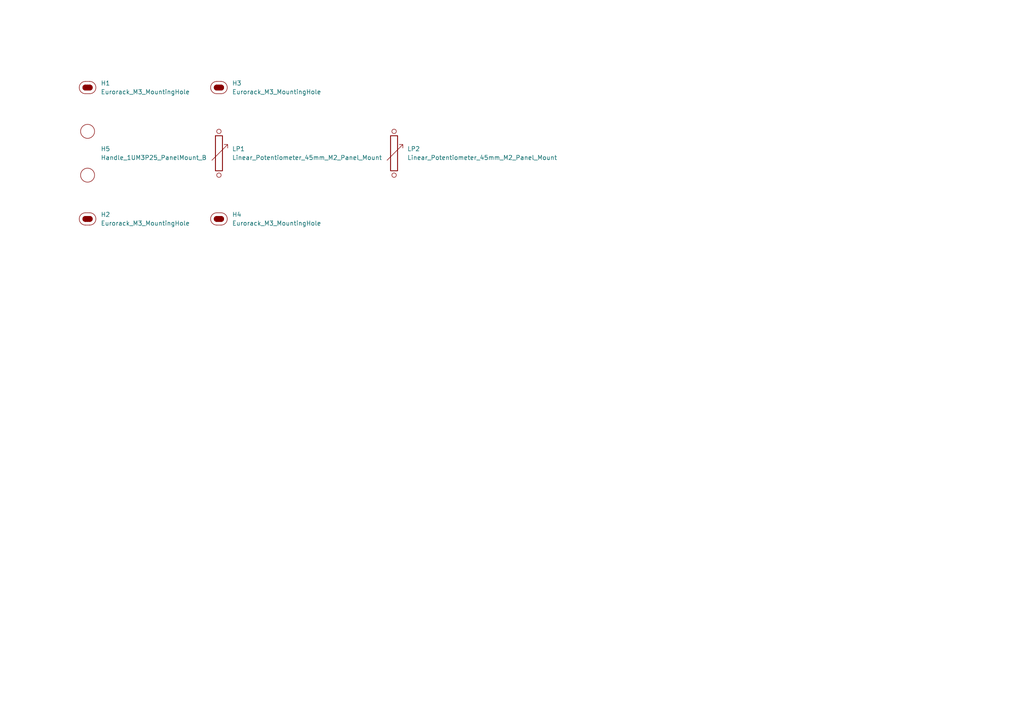
<source format=kicad_sch>
(kicad_sch (version 20250114) (generator "eeschema") (generator_version "9.0")
  (paper "A4")
  (lib_symbols
    (symbol "EXC:Eurorack_M3_MountingHole" (pin_names (offset 1.016))
      (property "Reference" "H" (at 0 5.08 0))
      (property "Value" "Eurorack_M3_MountingHole" (at 0 3.175 0))
      (symbol "Eurorack_M3_MountingHole_0_1"
        (polyline (pts (xy -0.635 0.762) (xy 0.635 0.762)))
        (circle (center -0.635 0) (radius 0.762) (fill (type outline)))
        (arc (start -0.635 -0.762) (mid -1.397 0) (end -0.635 0.762))
        (arc (start -0.635 -1.778) (mid -2.413 0) (end -0.635 1.778))
        (polyline (pts (xy -0.635 -0.762) (xy 0.635 -0.762)))
        (polyline (pts (xy -0.635 -1.778) (xy 0.635 -1.778)))
        (circle (center 0 0) (radius 0.762) (fill (type outline)))
        (polyline (pts (xy 0.635 1.778) (xy -0.635 1.778)))
        (arc (start 0.6141 1.778) (mid 2.4131 0) (end 0.6141 -1.778))
        (arc (start 0.6227 0.762) (mid 1.3971 0) (end 0.6227 -0.762))
        (circle (center 0.635 0) (radius 0.762) (fill (type outline)))
      )
    )
    (symbol "EXC:Handle_1UM3P25_B"
      (property "Reference" "H" (at 0 -6.35 0))
      (property "Value" "Handle_1UM3P25_PanelMount_B" (at 0.254 -17.018 0))
      (symbol "Handle_1UM3P25_B_0_1"
        (circle (center 0 0) (radius 2.032))
        (circle (center 0 -12.7) (radius 2.032))
      )
    )
    (symbol "EXC:Linear_Potentiometer_45mm_M2_Panel_Mount" (pin_numbers (hide yes)) (pin_names (offset 0))
      (property "Reference" "LP" (at 0 8.128 0))
      (property "Value" "Linear_Potentiometer_45mm_M2_Panel_Mount" (at 0.254 -8.636 0))
      (symbol "Linear_Potentiometer_45mm_M2_Panel_Mount_0_1"
        (rectangle (start -1.016 5.08) (end 1.016 -5.08) (stroke (width 0.254)))
        (circle (center 0 6.35) (radius 0.635))
        (circle (center 0 -6.35) (radius 0.635))
        (polyline (pts (xy 2.54 1.524) (xy 2.54 2.54) (xy 1.524 2.54) (xy 2.54 2.54) (xy -2.032 -2.032)))
      )
    )
  )
  (symbol (lib_id "EXC:Eurorack_M3_MountingHole") (at 25.4 25.4 0) (unit 1)
    (property "Reference" "H1" (at 29.21 24.1299 0) (effects (justify left)))
    (property "Value" "Eurorack_M3_MountingHole" (at 29.21 26.6699 0) (effects (justify left)))
    (property "Footprint" "EXC:MountingHole_3.2mm_M3" (effects (hide yes)))
    (property "Description" "Mounting Hole without connection" (effects (hide yes)))
  )
  (symbol (lib_id "EXC:Handle_1UM3P25_B") (at 25.4 38.1 0) (unit 1)
    (property "Reference" "H5" (at 29.21 43.1799 0) (effects (justify left)))
    (property "Value" "Handle_1UM3P25_PanelMount_B" (at 29.21 45.7199 0) (effects (justify left)))
    (property "Footprint" "EXC:Handle_1UM3P25_B" (effects (hide yes)))
    (property "Datasheet" "https://ae01.alicdn.com/kf/Sb61e59cbd92d4751a636402ee4d65e3c9.jpg" (effects (hide yes)))
    (property "Description" "The part of the handle that has the holes for the screws' heads" (effects (hide yes)))
    (property "Source" "https://www.aliexpress.com/item/1005005070119421.html" (effects (hide yes)))
  )
  (symbol (lib_id "EXC:Eurorack_M3_MountingHole") (at 25.4 63.5 0) (unit 1)
    (property "Reference" "H2" (at 29.21 62.2299 0) (effects (justify left)))
    (property "Value" "Eurorack_M3_MountingHole" (at 29.21 64.7699 0) (effects (justify left)))
    (property "Footprint" "EXC:MountingHole_3.2mm_M3" (effects (hide yes)))
    (property "Description" "Mounting Hole without connection" (effects (hide yes)))
  )
  (symbol (lib_id "EXC:Linear_Potentiometer_45mm_M2_Panel_Mount") (at 114.3 44.45 0) (unit 1)
    (property "Reference" "LP2" (at 118.11 43.1799 0) (effects (justify left)))
    (property "Value" "Linear_Potentiometer_45mm_M2_Panel_Mount" (at 118.11 45.7199 0) (effects (justify left)))
    (property "Footprint" "EXC:Linear_Potentiometer_45mm_M2_Panel_Mount" (effects (hide yes)))
    (property "Datasheet" "https://cdn-shop.adafruit.com/product-files/4272/P4272+C13403-001+Data+Sheet+.pdf" (effects (hide yes)))
    (property "Description" "Slide Potentiometer with Knob - 45mm Long - 10KΩ. Panel-mounted with 2x M2 screws, 41mm apart." (effects (hide yes)))
    (property "Source" "https://www.adafruit.com/product/4272" (effects (hide yes)))
  )
  (symbol (lib_id "EXC:Eurorack_M3_MountingHole") (at 63.5 63.5 0) (unit 1)
    (property "Reference" "H4" (at 67.31 62.2299 0) (effects (justify left)))
    (property "Value" "Eurorack_M3_MountingHole" (at 67.31 64.7699 0) (effects (justify left)))
    (property "Footprint" "EXC:MountingHole_3.2mm_M3" (effects (hide yes)))
    (property "Description" "Mounting Hole without connection" (effects (hide yes)))
  )
  (symbol (lib_id "EXC:Linear_Potentiometer_45mm_M2_Panel_Mount") (at 63.5 44.45 0) (unit 1)
    (property "Reference" "LP1" (at 67.31 43.1799 0) (effects (justify left)))
    (property "Value" "Linear_Potentiometer_45mm_M2_Panel_Mount" (at 67.31 45.7199 0) (effects (justify left)))
    (property "Footprint" "EXC:Linear_Potentiometer_45mm_M2_Panel_Mount" (effects (hide yes)))
    (property "Datasheet" "https://cdn-shop.adafruit.com/product-files/4272/P4272+C13403-001+Data+Sheet+.pdf" (effects (hide yes)))
    (property "Description" "Slide Potentiometer with Knob - 45mm Long - 10KΩ. Panel-mounted with 2x M2 screws, 41mm apart." (effects (hide yes)))
    (property "Source" "https://www.adafruit.com/product/4272" (effects (hide yes)))
  )
  (symbol (lib_id "EXC:Eurorack_M3_MountingHole") (at 63.5 25.4 0) (unit 1)
    (property "Reference" "H3" (at 67.31 24.1299 0) (effects (justify left)))
    (property "Value" "Eurorack_M3_MountingHole" (at 67.31 26.6699 0) (effects (justify left)))
    (property "Footprint" "EXC:MountingHole_3.2mm_M3" (effects (hide yes)))
    (property "Description" "Mounting Hole without connection" (effects (hide yes)))
  )
)
</source>
